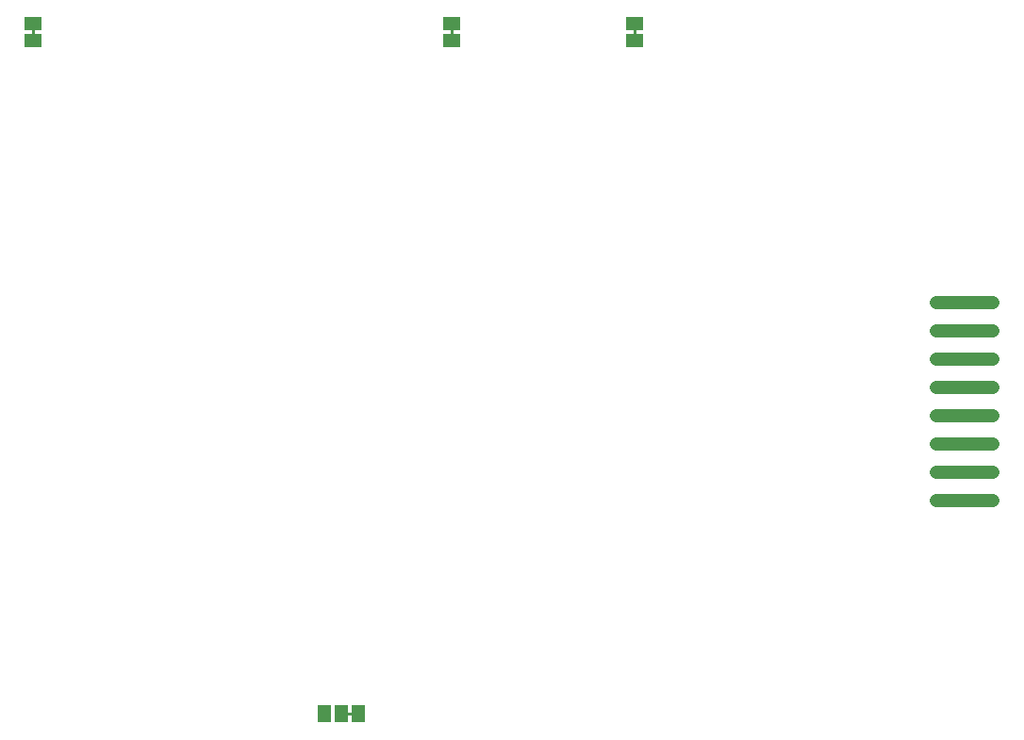
<source format=gbr>
G04 EAGLE Gerber RS-274X export*
G75*
%MOMM*%
%FSLAX34Y34*%
%LPD*%
%INSolderpaste Top*%
%IPPOS*%
%AMOC8*
5,1,8,0,0,1.08239X$1,22.5*%
G01*
%ADD10C,1.143000*%
%ADD11C,0.254000*%
%ADD12R,1.168400X1.600200*%
%ADD13R,1.600200X1.168400*%


D10*
X914400Y431800D02*
X965200Y431800D01*
X965200Y406400D02*
X914400Y406400D01*
X914400Y381000D02*
X965200Y381000D01*
X965200Y355600D02*
X914400Y355600D01*
X914400Y330200D02*
X965200Y330200D01*
X965200Y304800D02*
X914400Y304800D01*
X914400Y279400D02*
X965200Y279400D01*
X965200Y254000D02*
X914400Y254000D01*
D11*
X102870Y669036D02*
X102870Y679704D01*
X643128Y679450D02*
X643128Y668782D01*
X479298Y668528D02*
X479298Y679196D01*
X392684Y62230D02*
X382016Y62230D01*
D12*
X364998Y62484D03*
X380238Y62484D03*
X395478Y62484D03*
D13*
X103378Y681990D03*
X103378Y666750D03*
X643382Y681990D03*
X643382Y666750D03*
X479298Y681990D03*
X479298Y666750D03*
M02*

</source>
